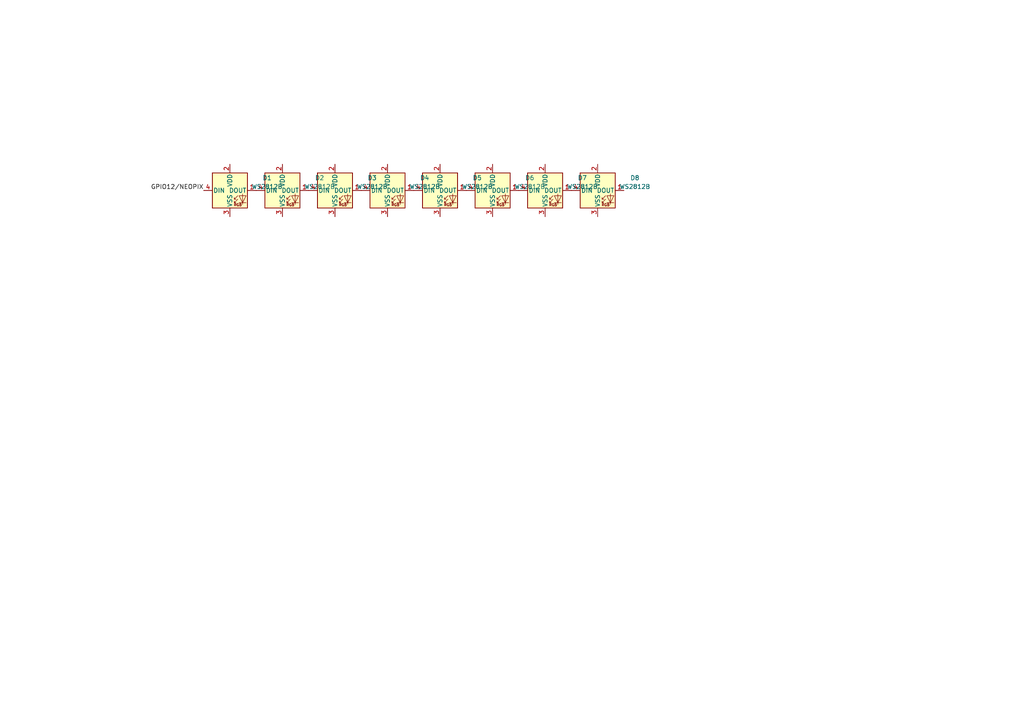
<source format=kicad_sch>
(kicad_sch (version 20230121) (generator eeschema)
  (paper "A4")
  (lib_symbols
    (symbol "ws2018b:WS2812B_1x1" (pin_names (offset 0.254))
      (property "Reference" "D1" (at 11.43 3.6479 0))
      (property "Value" "WS2812B" (at 11.43 1.1079 0))
      (symbol "WS2812B_1x1_0_0"
        (text "RGB" (at 2.286 -4.191 0) (effects (font (size 0.762 0.762))))
      )
      (symbol "WS2812B_1x1_0_1"
        (polyline (pts (xy 1.27 -3.556) (xy 1.778 -3.556)))
        (polyline (pts (xy 1.27 -2.54) (xy 1.778 -2.54)))
        (polyline (pts (xy 4.699 -3.556) (xy 2.667 -3.556)))
        (polyline (pts (xy 2.286 -2.54) (xy 1.27 -3.556) (xy 1.27 -3.048)))
        (polyline (pts (xy 2.286 -1.524) (xy 1.27 -2.54) (xy 1.27 -2.032)))
        (polyline (pts (xy 3.683 -1.016) (xy 3.683 -3.556) (xy 3.683 -4.064)))
        (polyline (pts (xy 4.699 -1.524) (xy 2.667 -1.524) (xy 3.683 -3.556) (xy 4.699 -1.524)))
        (rectangle (start 5.08 5.08) (end -5.08 -5.08) (stroke (width 0.254)) (fill (type background)))
      )
      (symbol "WS2812B_1x1_1_1"
        (pin output line (at 7.62 0 180) (length 2.54) (name "DOUT") (number "1"))
        (pin power_in line (at 0 7.62 270) (length 2.54) (name "VDD") (number "2"))
        (pin power_in line (at 0 -7.62 90) (length 2.54) (name "VSS") (number "3"))
        (pin input line (at -7.62 0 0) (length 2.54) (name "DIN") (number "4"))
      )
    )
  )
  (label "GPIO12{slash}NEOPIX" (at 59.055 55.245 180))
  (symbol (lib_id "ws2018b:WS2812B_1x1") (at 173.355 55.245 0) (unit 1)
    (property "Reference" "D8" (at 184.15 51.5971 0))
    (property "Value" "WS2812B" (at 184.15 54.1371 0))
    (property "Footprint" "LED_SMD:LED_WS2812B_PLCC4_5.0x5.0mm_P3.2mm" (effects hide))
    (property "Datasheet" "https://cdn-shop.adafruit.com/datasheets/WS2812B.pdf" (effects hide))
  )
  (symbol (lib_id "ws2018b:WS2812B_1x1") (at 112.395 55.245 0) (unit 1)
    (property "Reference" "D4" (at 123.19 51.5971 0))
    (property "Value" "WS2812B" (at 123.19 54.1371 0))
    (property "Footprint" "LED_SMD:LED_WS2812B_PLCC4_5.0x5.0mm_P3.2mm" (effects hide))
    (property "Datasheet" "https://cdn-shop.adafruit.com/datasheets/WS2812B.pdf" (effects hide))
  )
  (symbol (lib_id "ws2018b:WS2812B_1x1") (at 81.915 55.245 0) (unit 1)
    (property "Reference" "D2" (at 92.71 51.5971 0))
    (property "Value" "WS2812B" (at 92.71 54.1371 0))
    (property "Footprint" "LED_SMD:LED_WS2812B_PLCC4_5.0x5.0mm_P3.2mm" (effects hide))
    (property "Datasheet" "https://cdn-shop.adafruit.com/datasheets/WS2812B.pdf" (effects hide))
  )
  (symbol (lib_id "ws2018b:WS2812B_1x1") (at 127.635 55.245 0) (unit 1)
    (property "Reference" "D5" (at 138.43 51.5971 0))
    (property "Value" "WS2812B" (at 138.43 54.1371 0))
    (property "Footprint" "LED_SMD:LED_WS2812B_PLCC4_5.0x5.0mm_P3.2mm" (effects hide))
    (property "Datasheet" "https://cdn-shop.adafruit.com/datasheets/WS2812B.pdf" (effects hide))
  )
  (symbol (lib_id "ws2018b:WS2812B_1x1") (at 142.875 55.245 0) (unit 1)
    (property "Reference" "D6" (at 153.67 51.5971 0))
    (property "Value" "WS2812B" (at 153.67 54.1371 0))
    (property "Footprint" "LED_SMD:LED_WS2812B_PLCC4_5.0x5.0mm_P3.2mm" (effects hide))
    (property "Datasheet" "https://cdn-shop.adafruit.com/datasheets/WS2812B.pdf" (effects hide))
  )
  (symbol (lib_id "ws2018b:WS2812B_1x1") (at 158.115 55.245 0) (unit 1)
    (property "Reference" "D7" (at 168.91 51.5971 0))
    (property "Value" "WS2812B" (at 168.91 54.1371 0))
    (property "Footprint" "LED_SMD:LED_WS2812B_PLCC4_5.0x5.0mm_P3.2mm" (effects hide))
    (property "Datasheet" "https://cdn-shop.adafruit.com/datasheets/WS2812B.pdf" (effects hide))
  )
  (symbol (lib_id "ws2018b:WS2812B_1x1") (at 97.155 55.245 0) (unit 1)
    (property "Reference" "D3" (at 107.95 51.5971 0))
    (property "Value" "WS2812B" (at 107.95 54.1371 0))
    (property "Footprint" "LED_SMD:LED_WS2812B_PLCC4_5.0x5.0mm_P3.2mm" (effects hide))
    (property "Datasheet" "https://cdn-shop.adafruit.com/datasheets/WS2812B.pdf" (effects hide))
  )
  (symbol (lib_id "ws2018b:WS2812B_1x1") (at 66.675 55.245 0) (unit 1)
    (property "Reference" "D1" (at 77.47 51.5971 0))
    (property "Value" "WS2812B" (at 77.47 54.1371 0))
    (property "Footprint" "LED_SMD:LED_WS2812B_PLCC4_5.0x5.0mm_P3.2mm" (effects hide))
    (property "Datasheet" "https://cdn-shop.adafruit.com/datasheets/WS2812B.pdf" (effects hide))
  )
)
</source>
